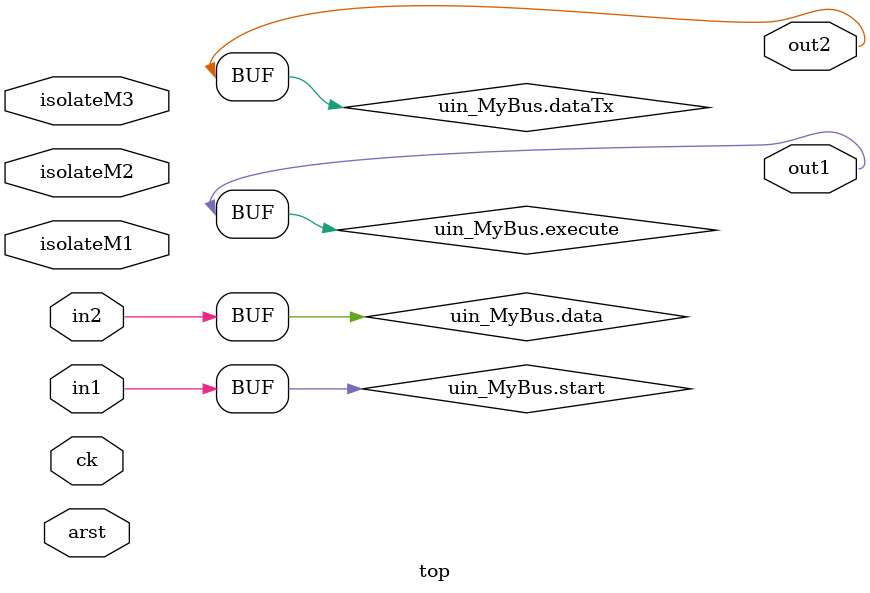
<source format=sv>

module top (
        input  logic    ck,
        input  logic    arst,
        input  logic    in1,
        input  logic    in2,
        input  logic    isolateM1,
        input  logic    isolateM2,
 	input  logic 	isolateM3,

        output logic    out1,
	output logic	out2
        );

        /* Interface instantiation */
        in_MyBus uin_MyBus ();


        /* Assign inputs */
        assign uin_MyBus.start   = in1;
        assign uin_MyBus.data    = in2;

        /* Assing outputs */
        assign out1 = uin_MyBus.execute;
        assign out2 = uin_MyBus.dataTx;

        /* Module instantiation */
        m1 u_m1 (.ck                    (ck),
                 .arst                  (arst),
                 .uin_MyBusS1    (uin_MyBus.Stage1));
        m2 u_m2 (.ck            	(ck),
                 .arst          	(arst),
		 .isolateM1M2		(isolateM1),
                 .uin_MyBusS5    (uin_MyBus.Stage5));
	m3 u_m3 (.ck            	(ck),
                 .arst          	(arst),
		 .isolateM1M3		(isolateM1),
                 .uin_MyBusS5    (uin_MyBus.Stage5));
	
endmodule
</source>
